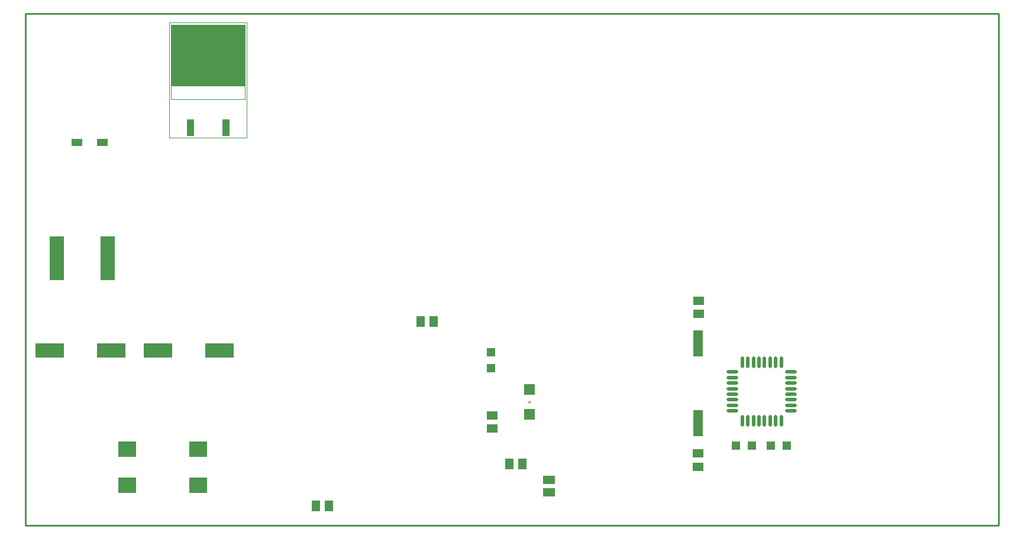
<source format=gtp>
G04 Layer_Color=8421504*
%FSLAX44Y44*%
%MOMM*%
G71*
G01*
G75*
%ADD10R,2.1500X6.3000*%
%ADD11R,1.5000X1.5000*%
%ADD12R,1.7780X1.2700*%
%ADD13R,1.3000X1.5000*%
%ADD14R,4.1000X2.0000*%
%ADD15R,2.5400X2.2860*%
%ADD16R,1.2700X1.2700*%
%ADD17R,1.5000X1.3000*%
%ADD18R,1.0500X2.4000*%
%ADD19R,10.6500X8.9000*%
%ADD20R,1.2700X1.2700*%
%ADD21O,1.6500X0.5500*%
%ADD22O,0.5500X1.6500*%
%ADD23R,1.3970X3.8100*%
%ADD24R,1.5000X1.0000*%
%ADD27C,0.1000*%
%ADD28C,0.2540*%
D10*
X428320Y918210D02*
D03*
X501320D02*
D03*
D11*
X1104900Y730250D02*
D03*
Y695250D02*
D03*
D12*
X1132840Y582930D02*
D03*
Y600710D02*
D03*
D13*
X818490Y563880D02*
D03*
X799490D02*
D03*
X968350Y828040D02*
D03*
X949350D02*
D03*
X1095350Y623570D02*
D03*
X1076350D02*
D03*
D14*
X661220Y786130D02*
D03*
X573220D02*
D03*
X418280D02*
D03*
X506280D02*
D03*
D15*
X529590Y645160D02*
D03*
X631190D02*
D03*
X529590Y593090D02*
D03*
X631190D02*
D03*
D16*
X1050290Y760730D02*
D03*
Y783590D02*
D03*
D17*
X1051560Y693420D02*
D03*
Y674420D02*
D03*
X1346200Y619810D02*
D03*
Y638810D02*
D03*
X1347470Y857860D02*
D03*
Y838860D02*
D03*
D18*
X619760Y1105480D02*
D03*
X670560D02*
D03*
D19*
X645160Y1208980D02*
D03*
D20*
X1473200Y650240D02*
D03*
X1450340D02*
D03*
X1400810D02*
D03*
X1423670D02*
D03*
D21*
X1395640Y755710D02*
D03*
Y747710D02*
D03*
Y739710D02*
D03*
Y731710D02*
D03*
Y723710D02*
D03*
Y715710D02*
D03*
Y707710D02*
D03*
Y699710D02*
D03*
X1479640D02*
D03*
Y707710D02*
D03*
Y715710D02*
D03*
Y723710D02*
D03*
Y731710D02*
D03*
Y739710D02*
D03*
Y747710D02*
D03*
Y755710D02*
D03*
D22*
X1409640Y685710D02*
D03*
X1417640D02*
D03*
X1425640D02*
D03*
X1433640D02*
D03*
X1441640D02*
D03*
X1449640D02*
D03*
X1457640D02*
D03*
X1465640D02*
D03*
Y769710D02*
D03*
X1457640D02*
D03*
X1449640D02*
D03*
X1441640D02*
D03*
X1433640D02*
D03*
X1425640D02*
D03*
X1417640D02*
D03*
X1409640D02*
D03*
D23*
X1346200Y796290D02*
D03*
Y681990D02*
D03*
D24*
X457200Y1084580D02*
D03*
X494030D02*
D03*
D27*
X1102900Y712750D02*
X1106900D01*
X1104900Y710750D02*
Y714750D01*
X592410Y1146480D02*
X697910D01*
X592410Y1236480D02*
X697910D01*
X592410Y1146480D02*
Y1236480D01*
X697910Y1146480D02*
Y1236480D01*
X589660Y1090980D02*
X700660D01*
X589660Y1255980D02*
X700660D01*
X589660Y1090980D02*
Y1255980D01*
X700660Y1090980D02*
Y1255980D01*
X645160Y1168480D02*
Y1178480D01*
X640160Y1173480D02*
X650160D01*
D28*
X383540Y1268730D02*
X1776730D01*
Y535940D02*
Y1268730D01*
X383540Y535940D02*
X1776730D01*
X383540D02*
Y1268730D01*
M02*

</source>
